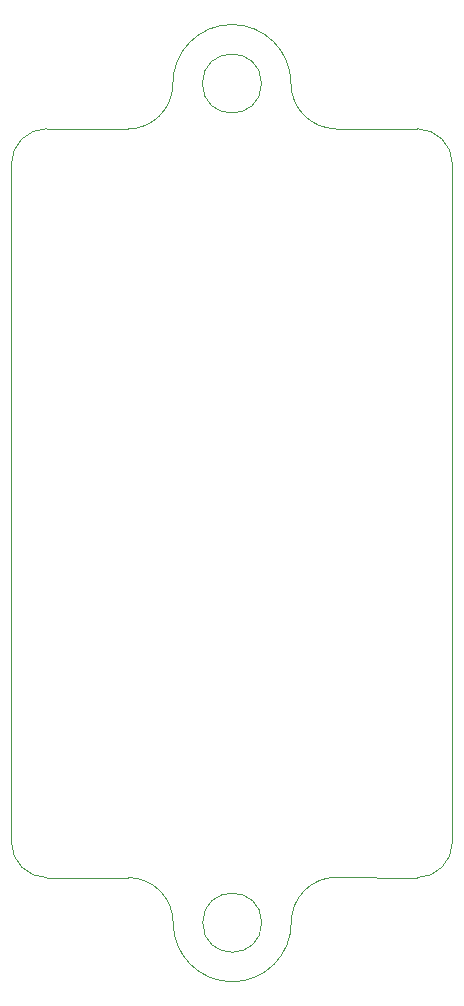
<source format=gbr>
G04 #@! TF.GenerationSoftware,KiCad,Pcbnew,(5.1.4-0-10_14)*
G04 #@! TF.CreationDate,2020-05-04T21:59:13+12:00*
G04 #@! TF.ProjectId,Hand Mesurement Device,48616e64-204d-4657-9375-72656d656e74,rev?*
G04 #@! TF.SameCoordinates,Original*
G04 #@! TF.FileFunction,Profile,NP*
%FSLAX46Y46*%
G04 Gerber Fmt 4.6, Leading zero omitted, Abs format (unit mm)*
G04 Created by KiCad (PCBNEW (5.1.4-0-10_14)) date 2020-05-04 21:59:13*
%MOMM*%
%LPD*%
G04 APERTURE LIST*
%ADD10C,0.050000*%
G04 APERTURE END LIST*
D10*
X142150000Y-133025000D02*
G75*
G03X142150000Y-133025000I-2500000J0D01*
G01*
X142126125Y-61975000D02*
G75*
G03X142126125Y-61975000I-2501125J0D01*
G01*
X144650000Y-133000000D02*
G75*
G02X148475000Y-129175000I3825000J0D01*
G01*
X123950000Y-129200000D02*
X130825000Y-129200000D01*
X148475000Y-129175000D02*
X155300000Y-129200000D01*
X144649937Y-133000000D02*
G75*
G02X134650000Y-133025000I-4999937J-25000D01*
G01*
X130825000Y-129200000D02*
G75*
G02X134650000Y-133025000I0J-3825000D01*
G01*
X130800000Y-65825000D02*
X123950000Y-65800000D01*
X155300000Y-65800000D02*
X148450000Y-65800000D01*
X148450000Y-65800000D02*
G75*
G02X144625000Y-61975000I0J3825000D01*
G01*
X134625000Y-62000000D02*
G75*
G02X130800000Y-65825000I-3825000J0D01*
G01*
X134625062Y-62000000D02*
G75*
G02X144625000Y-61975000I4999938J25000D01*
G01*
X158300000Y-126200000D02*
G75*
G02X155300000Y-129200000I-3000000J0D01*
G01*
X123950000Y-129200000D02*
G75*
G02X120950000Y-126200000I0J3000000D01*
G01*
X120950000Y-68800000D02*
G75*
G02X123950000Y-65800000I3000000J0D01*
G01*
X155300000Y-65800000D02*
G75*
G02X158300000Y-68800000I0J-3000000D01*
G01*
X158300000Y-126200000D02*
X158300000Y-68800000D01*
X120950000Y-126200000D02*
X120950000Y-68800000D01*
M02*

</source>
